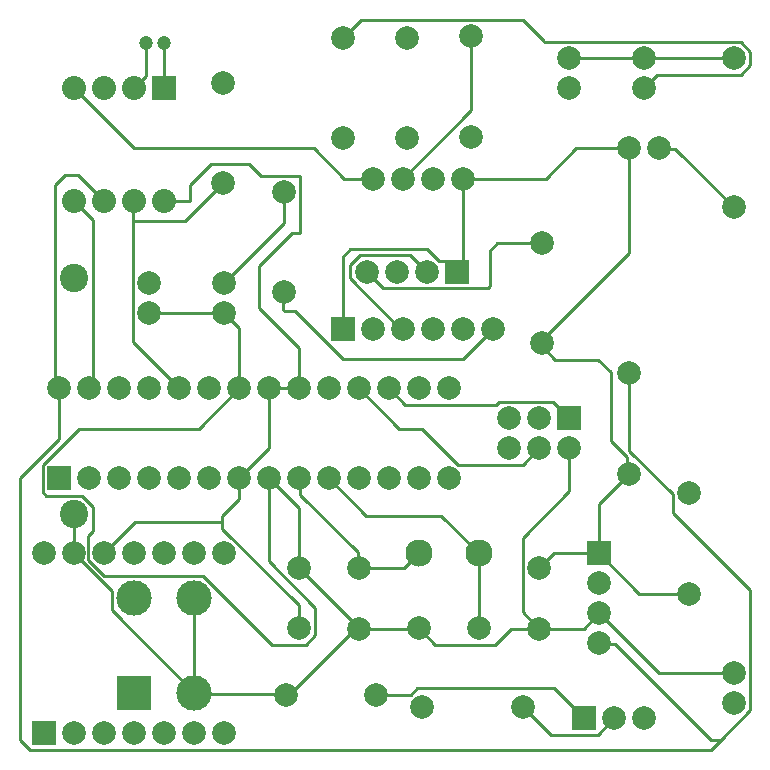
<source format=gtl>
G04*
G04 #@! TF.GenerationSoftware,Altium Limited,Altium Designer,21.7.2 (23)*
G04*
G04 Layer_Physical_Order=1*
G04 Layer_Color=255*
%FSLAX25Y25*%
%MOIN*%
G70*
G04*
G04 #@! TF.SameCoordinates,0C849742-41F4-41D9-88AD-3FE1B0ACC188*
G04*
G04*
G04 #@! TF.FilePolarity,Positive*
G04*
G01*
G75*
%ADD11C,0.01000*%
%ADD22C,0.07874*%
%ADD23R,0.07874X0.07874*%
%ADD24C,0.11811*%
%ADD25R,0.11811X0.11811*%
%ADD26C,0.09055*%
%ADD27R,0.07874X0.07874*%
%ADD28C,0.09449*%
%ADD29C,0.04724*%
%ADD30R,0.08000X0.08000*%
%ADD31C,0.08000*%
D11*
X59516Y23602D02*
Y50484D01*
X39000Y181000D02*
Y187161D01*
Y140535D02*
Y181000D01*
X56465D02*
X69000Y193535D01*
X39000Y181000D02*
X56465D01*
X49437Y187598D02*
X58000D01*
X65000Y200000D02*
X77669D01*
X81669Y196000D01*
X58000Y193000D02*
X65000Y200000D01*
X58000Y187598D02*
Y193000D01*
X94874Y177000D02*
Y196000D01*
X81669D02*
X94874D01*
X90000Y23000D02*
X91209D01*
X113228Y45020D01*
X114437D01*
X89699Y23301D02*
X90000Y23000D01*
X59516Y23602D02*
X59817Y23301D01*
X89699D01*
X178339Y9661D02*
X194000D01*
X199437Y15098D01*
X169000Y19000D02*
X178339Y9661D01*
X133945Y25098D02*
X179437D01*
X131846Y23000D02*
X133945Y25098D01*
X120000Y23000D02*
X131846D01*
X235014Y7986D02*
X244874Y17846D01*
X231689Y4661D02*
X235014Y7986D01*
X194712Y39824D02*
X199874D01*
X194437Y40098D02*
X194712Y39824D01*
X199874D02*
X231712Y7986D01*
X235014D01*
X5000Y4661D02*
X231689D01*
X179437Y25098D02*
X189437Y15098D01*
X151947Y217947D02*
Y242465D01*
X129000Y195000D02*
X151947Y217947D01*
X131563Y169437D02*
X137000Y164000D01*
X109000Y169000D02*
X111437Y171437D01*
X109000Y145000D02*
Y169000D01*
X111437Y171437D02*
X137252D01*
X141252Y167437D01*
X143563D01*
X147000Y164000D01*
X128311Y145000D02*
X129000D01*
X111563Y161748D02*
X128311Y145000D01*
X111563Y161748D02*
Y166252D01*
X114748Y169437D01*
X131563D01*
X160563Y173563D02*
X175631D01*
X158000Y171000D02*
X160563Y173563D01*
X122437Y158563D02*
X157414D01*
X158000Y159149D01*
Y171000D01*
X117000Y164000D02*
X122437Y158563D01*
X89000Y151586D02*
X89586Y151000D01*
X93000D01*
X89000Y156661D02*
X89437Y157098D01*
X89000Y151586D02*
Y156661D01*
X93000Y151000D02*
X109000Y135000D01*
X149000D02*
X159000Y145000D01*
X109000Y135000D02*
X149000D01*
X81000Y166000D02*
X92000Y177000D01*
X94874D01*
X81000Y152000D02*
Y166000D01*
X94437Y125098D02*
Y138563D01*
X81000Y152000D02*
X94437Y138563D01*
X147000Y164000D02*
X149000Y166000D01*
Y195000D01*
X138000Y194000D02*
X139000Y195000D01*
X137000Y164000D02*
X138000Y165000D01*
X109535Y195000D02*
X119000D01*
X99449Y205086D02*
X109535Y195000D01*
X149000D02*
X176839D01*
X186937Y205098D01*
X176000Y240535D02*
X241689D01*
X176000D02*
Y241000D01*
X169000Y248000D02*
X176000Y241000D01*
X115000Y248000D02*
X169000D01*
X109000Y242000D02*
X115000Y248000D01*
X174437Y140098D02*
X204437Y170098D01*
Y205098D01*
X1437Y7927D02*
Y95098D01*
X9000Y90540D02*
X10217Y89323D01*
X22015D01*
X19437Y70098D02*
Y83098D01*
X22015Y89323D02*
X25661Y85677D01*
X24000Y67846D02*
Y75931D01*
X25661Y77592D01*
Y85677D01*
X19437Y70098D02*
X32032Y57504D01*
X24000Y67846D02*
X29342Y62504D01*
X32032Y51087D02*
Y57504D01*
X29437Y70098D02*
X39782Y80443D01*
X32032Y51087D02*
X59516Y23602D01*
X29342Y62504D02*
X62583D01*
X39782Y80443D02*
X68851D01*
X62583Y62504D02*
X85426Y39661D01*
X96689D01*
X94437Y45098D02*
Y52788D01*
X96689Y39661D02*
X99874Y42846D01*
Y52051D01*
X94437Y65098D02*
X114437Y45098D01*
Y45020D02*
Y45098D01*
Y45020D02*
X114476Y45059D01*
X134319D01*
X134358Y45098D01*
X139795Y39661D01*
X159702D01*
X68851Y78373D02*
Y80443D01*
Y82513D01*
X74437Y88098D01*
Y95098D01*
X68851Y78373D02*
X94437Y52788D01*
X84437Y67488D02*
Y95098D01*
X94437Y85098D01*
X84437Y67488D02*
X99874Y52051D01*
X94437Y65098D02*
Y65177D01*
Y85098D01*
Y95098D02*
X94874Y94661D01*
Y89661D02*
Y94661D01*
Y89661D02*
X114000Y70535D01*
X104437Y95098D02*
X116937Y82598D01*
X114000Y65535D02*
Y70535D01*
Y65535D02*
X114437Y65098D01*
X129358D01*
X116937Y82598D02*
X141937D01*
X129358Y65098D02*
X134358Y70098D01*
X141937Y82598D02*
X154437Y70098D01*
X1437Y95098D02*
X14437Y108098D01*
X9000Y90540D02*
Y99657D01*
X13213Y126323D02*
X14437Y125098D01*
Y108098D02*
Y125098D01*
X9000Y99657D02*
X21063Y111720D01*
X24437Y125098D02*
X25661Y126323D01*
Y181374D01*
X21063Y111720D02*
X61058D01*
X114437Y125098D02*
X127813Y111722D01*
X13213Y126323D02*
Y192874D01*
X16437Y196098D01*
X20937D01*
X19437Y187598D02*
X25661Y181374D01*
X20937Y196098D02*
X29437Y187598D01*
X19437Y225098D02*
X39449Y205086D01*
X39000Y187161D02*
X39437Y187598D01*
Y225098D02*
X43532Y229193D01*
Y240098D01*
X49437Y225098D02*
Y240098D01*
X74437Y95098D02*
X84437Y105098D01*
Y125098D01*
X94437D01*
X39449Y205086D02*
X99449D01*
X69437Y160098D02*
X89437Y180098D01*
X39000Y140535D02*
X54437Y125098D01*
X61058Y111720D02*
X74437Y125098D01*
X69437Y150098D02*
X74437Y145098D01*
X44437Y150098D02*
X69437D01*
X74437Y125098D02*
Y145098D01*
X193921Y39583D02*
X194437Y40098D01*
X159702Y39661D02*
X165060Y45020D01*
X174437D02*
X189358D01*
X165060D02*
X174437D01*
X189358D02*
X194437Y50098D01*
X169000Y50457D02*
X174437Y45020D01*
X154437Y45098D02*
Y70098D01*
X169000Y50457D02*
Y75324D01*
X174437Y65098D02*
X179437Y70098D01*
X194437D01*
Y86634D01*
X169000Y75324D02*
X184437Y90761D01*
Y105098D01*
X147563Y99661D02*
X169000D01*
X174437Y105098D01*
X214437Y30098D02*
X239437D01*
X244874Y17846D02*
Y57824D01*
X194437Y50098D02*
X214437Y30098D01*
X207902Y56634D02*
X224437D01*
X194437Y70098D02*
X207902Y56634D01*
X219000Y83698D02*
X244874Y57824D01*
X219000Y83698D02*
Y89760D01*
X194437Y86634D02*
X204437Y96634D01*
X203861Y97210D02*
X204437Y96634D01*
Y104323D02*
X219000Y89760D01*
X203861Y97210D02*
Y102071D01*
X198437Y107494D02*
X203861Y102071D01*
X194302Y134648D02*
X198437Y130513D01*
X179888Y134648D02*
X194302D01*
X209437Y225098D02*
X213969Y229630D01*
X241658D01*
X244874Y232846D01*
X184437Y235098D02*
X209437D01*
X239437D01*
X244874Y232846D02*
Y237351D01*
X241689Y240535D02*
X244874Y237351D01*
X174437Y140098D02*
X179888Y134648D01*
X179000Y120535D02*
X184437Y115098D01*
X160155Y119661D02*
X161030Y120535D01*
X179000D01*
X186937Y205098D02*
X204437D01*
X219874Y205055D02*
X239437Y185492D01*
X214480Y205055D02*
X219874D01*
X214437Y205098D02*
X214480Y205055D01*
X198437Y107494D02*
Y130513D01*
X204437Y104323D02*
Y130098D01*
X1437Y7927D02*
X4851Y4513D01*
X5000Y4661D01*
X89437Y180098D02*
Y190563D01*
X127813Y111722D02*
X135502D01*
X124437Y125098D02*
X129874Y119661D01*
X160155D01*
X135502Y111722D02*
X147563Y99661D01*
D22*
X164437Y105098D02*
D03*
X174437D02*
D03*
X184437D02*
D03*
X164437Y115098D02*
D03*
X174437D02*
D03*
X69437Y70098D02*
D03*
X59437D02*
D03*
X49437D02*
D03*
X39437D02*
D03*
X29437D02*
D03*
X19437D02*
D03*
X9437D02*
D03*
X69437Y10256D02*
D03*
X59437D02*
D03*
X49437D02*
D03*
X39437D02*
D03*
X29437D02*
D03*
X19437D02*
D03*
X114437Y65098D02*
D03*
Y45020D02*
D03*
X94437Y65177D02*
D03*
Y45098D02*
D03*
X134358D02*
D03*
X154437D02*
D03*
X174437Y65098D02*
D03*
Y45020D02*
D03*
X194437Y60098D02*
D03*
Y50098D02*
D03*
Y40098D02*
D03*
X239437Y185492D02*
D03*
Y235098D02*
D03*
X90000Y23000D02*
D03*
X120000D02*
D03*
X24437Y95098D02*
D03*
X34437D02*
D03*
X44437D02*
D03*
X54437D02*
D03*
X64437D02*
D03*
X74437D02*
D03*
X84437D02*
D03*
X94437D02*
D03*
X104437D02*
D03*
X114437D02*
D03*
X124437D02*
D03*
X134437D02*
D03*
X144437D02*
D03*
X14437Y125098D02*
D03*
X24437D02*
D03*
X34437D02*
D03*
X44437D02*
D03*
X54437D02*
D03*
X64437D02*
D03*
X74437D02*
D03*
X84437D02*
D03*
X94437D02*
D03*
X104437D02*
D03*
X114437D02*
D03*
X124437D02*
D03*
X134437D02*
D03*
X144437D02*
D03*
X224437Y56634D02*
D03*
Y90098D02*
D03*
X151947Y242465D02*
D03*
Y209000D02*
D03*
X89437Y157098D02*
D03*
Y190563D02*
D03*
X130473Y242000D02*
D03*
Y208535D02*
D03*
X109000Y242000D02*
D03*
Y208535D02*
D03*
X204437Y130098D02*
D03*
Y96634D02*
D03*
X175631Y173563D02*
D03*
Y140098D02*
D03*
X169000Y19000D02*
D03*
X135535D02*
D03*
X69000Y227000D02*
D03*
Y193535D02*
D03*
X117000Y164000D02*
D03*
X127000D02*
D03*
X137000D02*
D03*
X204437Y205098D02*
D03*
X214437D02*
D03*
X119000Y145000D02*
D03*
X129000D02*
D03*
X139000D02*
D03*
X149000D02*
D03*
X159000D02*
D03*
X119000Y195000D02*
D03*
X129000D02*
D03*
X139000D02*
D03*
X149000D02*
D03*
X209437Y15098D02*
D03*
X199437D02*
D03*
X239437Y20098D02*
D03*
Y30098D02*
D03*
X44437Y160098D02*
D03*
Y150098D02*
D03*
X69437Y160098D02*
D03*
Y150098D02*
D03*
X209437Y225098D02*
D03*
Y235098D02*
D03*
X184437Y225098D02*
D03*
Y235098D02*
D03*
D23*
Y115098D02*
D03*
X9437Y10256D02*
D03*
X14437Y95098D02*
D03*
X147000Y164000D02*
D03*
X109000Y145000D02*
D03*
X189437Y15098D02*
D03*
D24*
X59516Y55098D02*
D03*
X39437D02*
D03*
X59516Y23602D02*
D03*
D25*
X39437D02*
D03*
D26*
X134358Y70098D02*
D03*
X154437D02*
D03*
D27*
X194437D02*
D03*
D28*
X19437Y161839D02*
D03*
Y83098D02*
D03*
D29*
X49437Y240098D02*
D03*
X43532D02*
D03*
D30*
X49437Y225098D02*
D03*
D31*
X39437D02*
D03*
X29437D02*
D03*
X19437D02*
D03*
X49437Y187598D02*
D03*
X39437D02*
D03*
X29437D02*
D03*
X19437D02*
D03*
M02*

</source>
